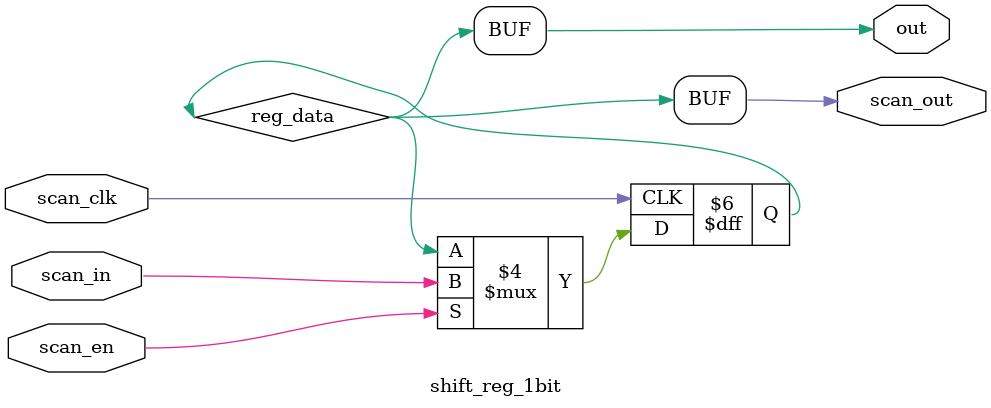
<source format=v>
`timescale 1ns/1ps
module shift_reg(scan_clk, out, scan_in, scan_out, scan_en);
	parameter SIZE = 4;
	input scan_clk, scan_in, scan_en;
	output [SIZE-1:0] out;
	output scan_out;

	reg [SIZE-1:0] reg_data;
	reg scan_out_value;

	always @(posedge scan_clk) begin
		if(scan_en) begin
			scan_out_value <= reg_data[SIZE-1];
			reg_data <= {reg_data[SIZE-2:0], scan_in};
		end
	end
	// assign scan_out = scan_out_value;
	assign scan_out = reg_data[SIZE-1];
	assign out = reg_data;
endmodule

module shift_reg_1bit(scan_clk, out, scan_in, scan_out, scan_en);
	input scan_clk, scan_in, scan_en;
	output out, scan_out;

	reg reg_data;
	reg scan_out_value;

	always @(posedge scan_clk) begin
		if (scan_en) begin
			scan_out_value <= reg_data;
			reg_data <= scan_in;
		end
	end
	// assign scan_out = scan_out_value;
	assign scan_out = reg_data;
	assign out = reg_data;
endmodule
</source>
